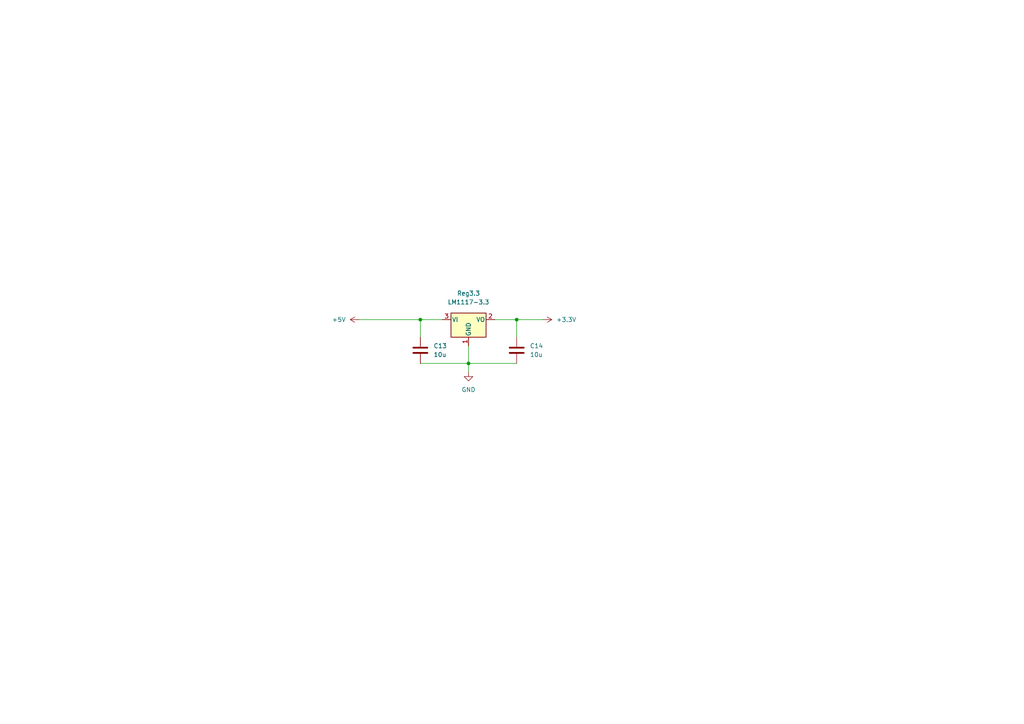
<source format=kicad_sch>
(kicad_sch (version 20211123) (generator eeschema)
  (paper "A4")
  (lib_symbols
    (symbol "Device:C" (pin_numbers hide) (pin_names (offset 0.254))
      (property "Reference" "C" (at 0.635 2.54 0))
      (property "Value" "C" (at 0.635 -2.54 0))
      (symbol "C_0_1"
        (polyline (pts (xy -2.032 -0.762) (xy 2.032 -0.762)) (stroke (width 0.508)))
        (polyline (pts (xy -2.032 0.762) (xy 2.032 0.762)) (stroke (width 0.508)))
      )
      (symbol "C_1_1"
        (pin passive line (at 0 3.81 270) (length 2.794) (name "~") (number "1"))
        (pin passive line (at 0 -3.81 90) (length 2.794) (name "~") (number "2"))
      )
    )
    (symbol "Regulator_Linear:LM1117-3.3" (pin_names (offset 0.254))
      (property "Reference" "U" (at -3.81 3.175 0))
      (property "Value" "LM1117-3.3" (at 0 3.175 0))
      (symbol "LM1117-3.3_0_1"
        (rectangle (start -5.08 -5.08) (end 5.08 1.905) (stroke (width 0.254)) (fill (type background)))
      )
      (symbol "LM1117-3.3_1_1"
        (pin power_in line (at 0 -7.62 90) (length 2.54) (name "GND") (number "1"))
        (pin power_out line (at 7.62 0 180) (length 2.54) (name "VO") (number "2"))
        (pin power_in line (at -7.62 0 0) (length 2.54) (name "VI") (number "3"))
      )
    )
    (symbol "power:+3.3V" (power) (pin_names (offset 0))
      (property "Value" "+3.3V" (at 0 3.556 0))
      (symbol "+3.3V_0_1"
        (polyline (pts (xy -0.762 1.27) (xy 0 2.54)))
        (polyline (pts (xy 0 0) (xy 0 2.54)))
        (polyline (pts (xy 0 2.54) (xy 0.762 1.27)))
      )
      (symbol "+3.3V_1_1"
        (pin power_in line (at 0 0 90) (length 0) hide (name "+3.3V") (number "1"))
      )
    )
    (symbol "power:+5V" (power) (pin_names (offset 0))
      (property "Value" "+5V" (at 0 3.556 0))
      (symbol "+5V_0_1"
        (polyline (pts (xy -0.762 1.27) (xy 0 2.54)))
        (polyline (pts (xy 0 0) (xy 0 2.54)))
        (polyline (pts (xy 0 2.54) (xy 0.762 1.27)))
      )
      (symbol "+5V_1_1"
        (pin power_in line (at 0 0 90) (length 0) hide (name "+5V") (number "1"))
      )
    )
    (symbol "power:GND" (power) (pin_names (offset 0))
      (property "Value" "GND" (at 0 -3.81 0))
      (symbol "GND_0_1"
        (polyline (pts (xy 0 0) (xy 0 -1.27) (xy 1.27 -1.27) (xy 0 -2.54) (xy -1.27 -1.27) (xy 0 -1.27)))
      )
      (symbol "GND_1_1"
        (pin power_in line (at 0 0 270) (length 0) hide (name "GND") (number "1"))
      )
    )
  )
  (junction (at 121.92 92.71))
  (junction (at 149.86 92.71))
  (junction (at 135.89 105.41))
  (wire (pts (xy 121.92 105.41) (xy 135.89 105.41)))
  (wire (pts (xy 149.86 92.71) (xy 149.86 97.79)))
  (wire (pts (xy 135.89 105.41) (xy 135.89 107.95)))
  (wire (pts (xy 143.51 92.71) (xy 149.86 92.71)))
  (wire (pts (xy 121.92 92.71) (xy 121.92 97.79)))
  (wire (pts (xy 135.89 105.41) (xy 149.86 105.41)))
  (wire (pts (xy 121.92 92.71) (xy 128.27 92.71)))
  (wire (pts (xy 104.14 92.71) (xy 121.92 92.71)))
  (wire (pts (xy 135.89 100.33) (xy 135.89 105.41)))
  (wire (pts (xy 149.86 92.71) (xy 157.48 92.71)))
  (symbol (lib_id "power:GND") (at 135.89 107.95 0) (unit 1)
    (property "Reference" "#PWR0168" (effects hide))
    (property "Value" "GND" (at 135.89 113.03 0))
  )
  (symbol (lib_id "power:+5V") (at 104.14 92.71 90) (unit 1)
    (property "Reference" "#PWR0166" (effects hide))
    (property "Value" "+5V" (at 100.33 92.7099 90) (effects (justify left)))
  )
  (symbol (lib_id "Device:C") (at 149.86 101.6 0) (unit 1)
    (property "Reference" "C14" (at 153.67 100.3299 0) (effects (justify left)))
    (property "Value" "10u" (at 153.67 102.8699 0) (effects (justify left)))
    (property "Footprint" "Capacitor_SMD:C_0603_1608Metric_Pad1.08x0.95mm_HandSolder" (effects hide))
  )
  (symbol (lib_id "Regulator_Linear:LM1117-3.3") (at 135.89 92.71 0) (unit 1)
    (property "Reference" "Reg3.3" (at 135.89 85.09 0))
    (property "Value" "LM1117-3.3" (at 135.89 87.63 0))
    (property "Footprint" "Package_TO_SOT_SMD:TO-252-3_TabPin2" (effects hide))
    (property "Datasheet" "http://www.ti.com/lit/ds/symlink/lm1117.pdf" (effects hide))
  )
  (symbol (lib_id "power:+3.3V") (at 157.48 92.71 270) (unit 1)
    (property "Reference" "#PWR0167" (effects hide))
    (property "Value" "+3.3V" (at 161.29 92.7099 90) (effects (justify left)))
  )
  (symbol (lib_id "Device:C") (at 121.92 101.6 0) (unit 1)
    (property "Reference" "C13" (at 125.73 100.3299 0) (effects (justify left)))
    (property "Value" "10u" (at 125.73 102.8699 0) (effects (justify left)))
    (property "Footprint" "Capacitor_SMD:C_0603_1608Metric_Pad1.08x0.95mm_HandSolder" (effects hide))
  )
)
</source>
